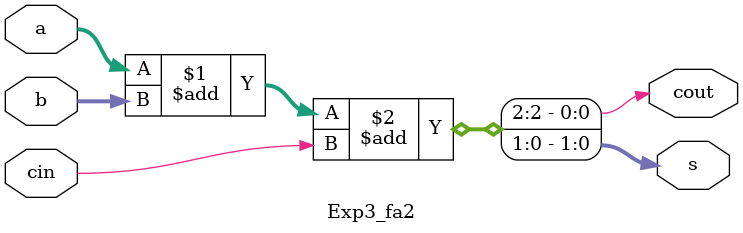
<source format=v>
`timescale 1ns / 1ps
module Exp3_fa2(input[1:0] a, input[1:0] b, input cin, output[1:0] s, output cout);
	assign {cout, s} = a + b + cin;
endmodule

</source>
